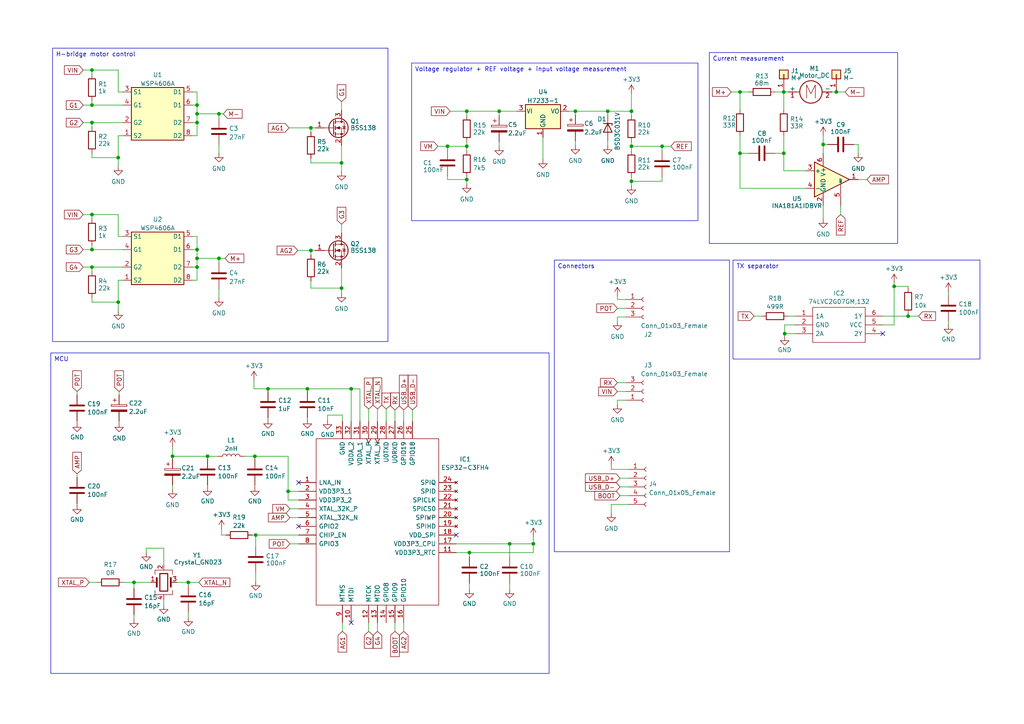
<source format=kicad_sch>
(kicad_sch (version 20230121) (generator eeschema)
  (paper "A4")
  (lib_symbols
    (symbol "74LVC2G07GM_132:74LVC2G07GM,132" (pin_names (offset 0.762))
      (property "Reference" "IC" (at 21.59 7.62 0))
      (property "Value" "74LVC2G07GM,132" (at 21.59 5.08 0))
      (symbol "74LVC2G07GM,132_0_0"
        (pin passive line (at 0 0 0) (length 5.08) (name "1A") (number "1"))
        (pin passive line (at 0 -2.54 0) (length 5.08) (name "GND") (number "2"))
        (pin passive line (at 0 -5.08 0) (length 5.08) (name "2A") (number "3"))
        (pin passive line (at 25.4 -5.08 180) (length 5.08) (name "2Y") (number "4"))
        (pin passive line (at 25.4 -2.54 180) (length 5.08) (name "VCC") (number "5"))
        (pin passive line (at 25.4 0 180) (length 5.08) (name "1Y") (number "6"))
      )
    )
    (symbol "Amplifier_Current:INA181" (pin_names (offset 0.127))
      (property "Reference" "U" (at 3.81 3.81 0))
      (property "Value" "INA181" (at 3.81 -2.54 0))
      (symbol "INA181_1_1"
        (pin output line (at 7.62 0 180) (length 2.54) (name "~") (number "1"))
        (pin power_in line (at -2.54 -7.62 90) (length 3.81) (name "GND") (number "2"))
        (pin input line (at -7.62 2.54 0) (length 2.54) (name "+") (number "3"))
        (pin input line (at -7.62 -2.54 0) (length 2.54) (name "-") (number "4"))
        (pin input line (at 2.54 -7.62 90) (length 6.35) (name "REF") (number "5"))
        (pin power_in line (at -2.54 7.62 270) (length 3.81) (name "V+") (number "6"))
      )
    )
    (symbol "Connector:Conn_01x03_Female" (pin_names (offset 1.016) hide)
      (property "Reference" "J" (at 0 5.08 0))
      (property "Value" "Conn_01x03_Female" (at 0 -5.08 0))
      (symbol "Conn_01x03_Female_1_1"
        (pin passive line (at -5.08 2.54 0) (length 3.81) (name "Pin_1") (number "1"))
        (pin passive line (at -5.08 0 0) (length 3.81) (name "Pin_2") (number "2"))
        (pin passive line (at -5.08 -2.54 0) (length 3.81) (name "Pin_3") (number "3"))
      )
    )
    (symbol "Connector:Conn_01x05_Female" (pin_names (offset 1.016) hide)
      (property "Reference" "J" (at 0 7.62 0))
      (property "Value" "Conn_01x05_Female" (at 0 -7.62 0))
      (symbol "Conn_01x05_Female_1_1"
        (pin passive line (at -5.08 5.08 0) (length 3.81) (name "Pin_1") (number "1"))
        (pin passive line (at -5.08 2.54 0) (length 3.81) (name "Pin_2") (number "2"))
        (pin passive line (at -5.08 0 0) (length 3.81) (name "Pin_3") (number "3"))
        (pin passive line (at -5.08 -2.54 0) (length 3.81) (name "Pin_4") (number "4"))
        (pin passive line (at -5.08 -5.08 0) (length 3.81) (name "Pin_5") (number "5"))
      )
    )
    (symbol "Connector_Generic:Conn_01x01" (pin_names (offset 1.016) hide)
      (property "Reference" "J" (at 0 2.54 0))
      (property "Value" "Conn_01x01" (at 0 -2.54 0))
      (symbol "Conn_01x01_1_1"
        (pin passive line (at -5.08 0 0) (length 3.81) (name "Pin_1") (number "1"))
      )
    )
    (symbol "Device:C" (pin_numbers hide) (pin_names (offset 0.254))
      (property "Reference" "C" (at 0.635 2.54 0))
      (property "Value" "C" (at 0.635 -2.54 0))
      (symbol "C_1_1"
        (pin passive line (at 0 3.81 270) (length 2.794) (name "~") (number "1"))
        (pin passive line (at 0 -3.81 90) (length 2.794) (name "~") (number "2"))
      )
    )
    (symbol "Device:C_Polarized" (pin_numbers hide) (pin_names (offset 0.254))
      (property "Reference" "C" (at 0.635 2.54 0))
      (property "Value" "C_Polarized" (at 0.635 -2.54 0))
      (symbol "C_Polarized_1_1"
        (pin passive line (at 0 3.81 270) (length 2.794) (name "~") (number "1"))
        (pin passive line (at 0 -3.81 90) (length 2.794) (name "~") (number "2"))
      )
    )
    (symbol "Device:Crystal_GND23" (pin_names (offset 1.016) hide)
      (property "Reference" "Y1" (at 9.652 7.874 0))
      (property "Value" "Crystal_GND23" (at 9.906 5.842 0))
      (symbol "Crystal_GND23_1_1"
        (pin passive line (at -3.81 0 0) (length 1.27) (name "1") (number "1"))
        (pin passive line (at 0 5.08 270) (length 1.27) (name "2") (number "2"))
        (pin passive line (at 3.81 0 180) (length 1.27) (name "3") (number "3"))
        (pin passive line (at 0 -5.08 90) (length 1.27) (name "4") (number "4"))
      )
    )
    (symbol "Device:D_Zener" (pin_numbers hide) (pin_names (offset 1.016) hide)
      (property "Reference" "D" (at 0 2.54 0))
      (property "Value" "D_Zener" (at 0 -2.54 0))
      (symbol "D_Zener_1_1"
        (pin passive line (at -3.81 0 0) (length 2.54) (name "K") (number "1"))
        (pin passive line (at 3.81 0 180) (length 2.54) (name "A") (number "2"))
      )
    )
    (symbol "Device:L" (pin_numbers hide) (pin_names (offset 1.016) hide)
      (property "Reference" "L" (at -1.27 0 90))
      (property "Value" "L" (at 1.905 0 90))
      (symbol "L_1_1"
        (pin passive line (at 0 3.81 270) (length 1.27) (name "1") (number "1"))
        (pin passive line (at 0 -3.81 90) (length 1.27) (name "2") (number "2"))
      )
    )
    (symbol "Device:R" (pin_numbers hide) (pin_names (offset 0))
      (property "Reference" "R" (at 2.032 0 90))
      (property "Value" "R" (at 0 0 90))
      (symbol "R_1_1"
        (pin passive line (at 0 3.81 270) (length 1.27) (name "~") (number "1"))
        (pin passive line (at 0 -3.81 90) (length 1.27) (name "~") (number "2"))
      )
    )
    (symbol "ESP32-C3FH4:ESP32-C3FH4" (pin_names (offset 0.762))
      (property "Reference" "IC1" (at 48.3264 6.7544 0))
      (property "Value" "ESP32-C3FH4" (at 48.3264 4.3302 0))
      (symbol "ESP32-C3FH4_0_0"
        (pin passive line (at 0 0 0) (length 5.08) (name "LNA_IN") (number "1"))
        (pin passive line (at 15.24 -40.64 90) (length 5.08) (name "MTDI") (number "10"))
        (pin passive line (at 20.32 -40.64 90) (length 5.08) (name "MTCK") (number "12"))
        (pin passive line (at 22.86 -40.64 90) (length 5.08) (name "MTDO") (number "13"))
        (pin passive line (at 25.4 -40.64 90) (length 5.08) (name "GPIO8") (number "14"))
        (pin passive line (at 27.94 -40.64 90) (length 5.08) (name "GPIO9") (number "15"))
        (pin passive line (at 30.48 -40.64 90) (length 5.08) (name "GPIO10") (number "16"))
        (pin passive line (at 0 -2.54 0) (length 5.08) (name "VDD3P3_1") (number "2"))
        (pin passive line (at 0 -5.08 0) (length 5.08) (name "VDD3P3_2") (number "3"))
        (pin passive line (at 0 -12.7 0) (length 5.08) (name "GPIO2") (number "6"))
        (pin passive line (at 0 -15.24 0) (length 5.08) (name "CHIP_EN") (number "7"))
        (pin passive line (at 0 -17.78 0) (length 5.08) (name "GPIO3") (number "8"))
        (pin passive line (at 12.7 -40.64 90) (length 5.08) (name "MTMS") (number "9"))
      )
      (symbol "ESP32-C3FH4_1_0"
        (pin input line (at 45.72 -20.32 180) (length 5.08) (name "VDD3P3_RTC") (number "11"))
        (pin input line (at 45.72 -17.78 180) (length 5.08) (name "VDD3P3_CPU") (number "17"))
        (pin input line (at 45.72 -15.24 180) (length 5.08) (name "VDD_SPI") (number "18"))
        (pin no_connect line (at 45.72 -12.7 180) (length 5.08) (name "SPIHD") (number "19"))
        (pin no_connect line (at 45.72 -10.16 180) (length 5.08) (name "SPIWP") (number "20"))
        (pin no_connect line (at 45.72 -7.62 180) (length 5.08) (name "SPICS0") (number "21"))
        (pin no_connect line (at 45.72 -5.08 180) (length 5.08) (name "SPICLK") (number "22"))
        (pin no_connect line (at 45.72 -2.54 180) (length 5.08) (name "SPID") (number "23"))
        (pin no_connect line (at 45.72 0 180) (length 5.08) (name "SPIQ") (number "24"))
        (pin input line (at 33.02 17.78 270) (length 5.08) (name "GPIO18") (number "25"))
        (pin input line (at 30.48 17.78 270) (length 5.08) (name "GPIO19") (number "26"))
        (pin input line (at 27.94 17.78 270) (length 5.08) (name "U0RXD") (number "27"))
        (pin output line (at 25.4 17.78 270) (length 5.08) (name "U0TXD") (number "28"))
        (pin input clock (at 22.86 17.78 270) (length 5.08) (name "XTAL_N") (number "29"))
        (pin input clock (at 20.32 17.78 270) (length 5.08) (name "XTAL_P") (number "30"))
        (pin input line (at 17.78 17.78 270) (length 5.08) (name "VDDA_1") (number "31"))
        (pin input line (at 15.24 17.78 270) (length 5.08) (name "VDDA_2") (number "32"))
        (pin passive line (at 12.7 17.78 270) (length 5.08) (name "GND") (number "33"))
        (pin passive line (at 0 -7.62 0) (length 5.08) (name "XTAL_32K_P") (number "4"))
        (pin passive line (at 0 -10.16 0) (length 5.08) (name "XTAL_32K_N") (number "5"))
      )
    )
    (symbol "GND_1" (power) (pin_names (offset 0))
      (property "Value" "GND_1" (at 0 -3.81 0))
      (symbol "GND_1_1_1"
        (pin power_in line (at 0 0 270) (length 0) hide (name "GND") (number "1"))
      )
    )
    (symbol "Motor:Motor_DC" (pin_names (offset 0))
      (property "Reference" "M1" (at -6.8312 -2.54 90))
      (property "Value" "Motor_DC" (at -4.7832 -2.54 90))
      (symbol "Motor_DC_1_1"
        (pin passive line (at 0 5.08 270) (length 2.54) (name "+") (number "1"))
        (pin passive line (at 0 -7.62 90) (length 2.54) (name "-") (number "2"))
      )
    )
    (symbol "Regulator_Linear:AMS1117-3.3" (pin_names (offset 0.254))
      (property "Reference" "U" (at -3.81 3.175 0))
      (property "Value" "AMS1117-3.3" (at 0 3.175 0))
      (symbol "AMS1117-3.3_1_1"
        (pin power_in line (at 0 -7.62 90) (length 2.54) (name "GND") (number "1"))
        (pin power_out line (at 7.62 0 180) (length 2.54) (name "VO") (number "2"))
        (pin power_in line (at -7.62 0 0) (length 2.54) (name "VI") (number "3"))
      )
    )
    (symbol "TF4606_1"
      (property "Reference" "U3" (at 0 11.3198 0))
      (property "Value" "TF4606" (at 0 8.7829 0))
      (symbol "TF4606_1_1_1"
        (pin input line (at -10.16 -6.35 0) (length 2.54) (name "S2") (number "1"))
        (pin input line (at -10.16 -2.54 0) (length 2.54) (name "G2") (number "2"))
        (pin input line (at -10.16 6.35 0) (length 2.54) (name "S1") (number "3"))
        (pin input line (at -10.16 2.54 0) (length 2.54) (name "G1") (number "4"))
        (pin output line (at 10.16 6.35 180) (length 2.54) (name "D1") (number "5"))
        (pin output line (at 10.16 2.54 180) (length 2.54) (name "D1") (number "6"))
        (pin output line (at 10.16 -2.54 180) (length 2.54) (name "D2") (number "7"))
        (pin input line (at 10.16 -6.35 180) (length 2.54) (name "D2") (number "8"))
      )
    )
    (symbol "Transistor_FET:BSS138" (pin_names hide)
      (property "Reference" "Q" (at 5.08 1.905 0))
      (property "Value" "BSS138" (at 5.08 0 0))
      (symbol "BSS138_1_1"
        (pin input line (at -5.08 0 0) (length 2.54) (name "G") (number "1"))
        (pin passive line (at 2.54 -5.08 90) (length 2.54) (name "S") (number "2"))
        (pin passive line (at 2.54 5.08 270) (length 2.54) (name "D") (number "3"))
      )
    )
    (symbol "power:+3V3" (power) (pin_names (offset 0))
      (property "Value" "+3V3" (at 0 3.556 0))
      (symbol "+3V3_1_1"
        (pin power_in line (at 0 0 90) (length 0) hide (name "+3V3") (number "1"))
      )
    )
    (symbol "power:GND" (power) (pin_names (offset 0))
      (property "Value" "GND" (at 0 -3.81 0))
      (symbol "GND_1_1"
        (pin power_in line (at 0 0 270) (length 0) hide (name "GND") (number "1"))
      )
    )
  )
  (junction (at 263.398 91.694))
  (junction (at 99.06 47.244))
  (junction (at 57.15 77.47))
  (junction (at 26.67 62.23))
  (junction (at 129.794 42.418))
  (junction (at 83.566 142.494))
  (junction (at 89.154 112.776))
  (junction (at 26.67 35.56))
  (junction (at 57.15 30.48))
  (junction (at 57.15 35.56))
  (junction (at 34.29 45.72))
  (junction (at 38.862 168.91))
  (junction (at 26.67 77.47))
  (junction (at 90.17 37.084))
  (junction (at 144.78 32.258))
  (junction (at 57.15 72.39))
  (junction (at 183.134 52.578))
  (junction (at 166.878 32.258))
  (junction (at 26.67 30.48))
  (junction (at 135.382 52.07))
  (junction (at 77.724 112.776))
  (junction (at 135.382 42.418))
  (junction (at 60.198 132.334))
  (junction (at 101.854 112.776))
  (junction (at 34.29 87.63))
  (junction (at 136.144 160.274))
  (junction (at 154.686 157.734))
  (junction (at 183.134 42.418))
  (junction (at 99.06 83.566))
  (junction (at 227.33 44.45))
  (junction (at 74.168 155.194))
  (junction (at 242.57 26.67))
  (junction (at 26.67 72.39))
  (junction (at 238.76 41.91))
  (junction (at 90.17 72.644))
  (junction (at 176.276 32.258))
  (junction (at 135.382 32.258))
  (junction (at 227.33 26.67))
  (junction (at 259.334 83.058))
  (junction (at 147.828 157.734))
  (junction (at 57.15 74.93))
  (junction (at 183.134 32.258))
  (junction (at 214.63 44.45))
  (junction (at 63.5 33.02))
  (junction (at 192.024 42.418))
  (junction (at 50.038 132.334))
  (junction (at 63.5 74.93))
  (junction (at 227.584 96.774))
  (junction (at 73.914 132.334))
  (junction (at 26.67 20.32))
  (junction (at 57.15 33.02))
  (junction (at 214.63 26.67))
  (junction (at 54.61 168.91))
  (no_connect (at 132.334 155.194))
  (no_connect (at 101.854 180.594))
  (no_connect (at 86.614 139.954))
  (no_connect (at 86.614 152.654))
  (no_connect (at 256.032 96.774))
  (wire (pts (xy 60.198 141.224) (xy 60.198 140.716)))
  (wire (pts (xy 227.33 26.67) (xy 227.33 31.75)))
  (wire (pts (xy 179.07 113.538) (xy 181.61 113.538)))
  (wire (pts (xy 60.198 132.334) (xy 63.246 132.334)))
  (wire (pts (xy 263.398 83.058) (xy 259.334 83.058)))
  (wire (pts (xy 26.67 35.56) (xy 26.67 36.83)))
  (wire (pts (xy 84.074 157.734) (xy 86.614 157.734)))
  (wire (pts (xy 182.372 136.144) (xy 177.292 136.144)))
  (wire (pts (xy 179.07 91.948) (xy 179.07 93.218)))
  (wire (pts (xy 135.382 32.258) (xy 144.78 32.258)))
  (wire (pts (xy 106.934 183.134) (xy 106.934 180.594)))
  (wire (pts (xy 90.17 45.974) (xy 90.17 47.244)))
  (wire (pts (xy 227.584 94.234) (xy 230.632 94.234)))
  (wire (pts (xy 176.276 40.894) (xy 176.276 42.164)))
  (wire (pts (xy 227.584 96.774) (xy 230.632 96.774)))
  (wire (pts (xy 84.074 147.574) (xy 86.614 147.574)))
  (wire (pts (xy 38.862 168.91) (xy 38.862 170.688)))
  (wire (pts (xy 77.724 112.776) (xy 89.154 112.776)))
  (wire (pts (xy 57.15 74.93) (xy 57.15 77.47)))
  (wire (pts (xy 166.878 33.274) (xy 166.878 32.258)))
  (wire (pts (xy 176.276 32.258) (xy 176.276 33.274)))
  (wire (pts (xy 135.382 42.418) (xy 135.382 43.688)))
  (wire (pts (xy 57.15 39.37) (xy 55.88 39.37)))
  (wire (pts (xy 129.794 52.07) (xy 135.382 52.07)))
  (wire (pts (xy 99.06 42.164) (xy 99.06 47.244)))
  (wire (pts (xy 179.832 143.764) (xy 182.372 143.764)))
  (wire (pts (xy 26.67 71.12) (xy 26.67 72.39)))
  (wire (pts (xy 227.33 44.45) (xy 227.33 39.37)))
  (wire (pts (xy 50.038 140.716) (xy 50.038 141.986)))
  (wire (pts (xy 26.67 45.72) (xy 34.29 45.72)))
  (wire (pts (xy 90.17 83.566) (xy 99.06 83.566)))
  (wire (pts (xy 166.878 40.894) (xy 166.878 42.164)))
  (wire (pts (xy 57.15 33.02) (xy 63.5 33.02)))
  (wire (pts (xy 90.17 72.644) (xy 91.44 72.644)))
  (wire (pts (xy 227.33 49.53) (xy 227.33 44.45)))
  (wire (pts (xy 144.78 33.528) (xy 144.78 32.258)))
  (wire (pts (xy 154.686 155.702) (xy 154.686 157.734)))
  (wire (pts (xy 129.794 42.418) (xy 129.794 43.434)))
  (wire (pts (xy 22.352 146.558) (xy 22.352 146.05)))
  (wire (pts (xy 34.29 20.32) (xy 26.67 20.32)))
  (wire (pts (xy 70.866 132.334) (xy 73.914 132.334)))
  (wire (pts (xy 42.418 160.274) (xy 42.418 159.004)))
  (wire (pts (xy 34.29 45.72) (xy 34.29 48.26)))
  (wire (pts (xy 35.56 26.67) (xy 34.29 26.67)))
  (wire (pts (xy 26.67 30.48) (xy 35.56 30.48)))
  (wire (pts (xy 34.544 113.538) (xy 34.544 114.554)))
  (wire (pts (xy 63.5 83.82) (xy 63.5 86.36)))
  (wire (pts (xy 90.17 81.534) (xy 90.17 83.566)))
  (wire (pts (xy 57.15 72.39) (xy 57.15 74.93)))
  (wire (pts (xy 26.67 29.21) (xy 26.67 30.48)))
  (wire (pts (xy 57.15 26.67) (xy 57.15 30.48)))
  (wire (pts (xy 34.29 68.58) (xy 34.29 62.23)))
  (wire (pts (xy 176.276 32.258) (xy 183.134 32.258)))
  (wire (pts (xy 181.61 91.948) (xy 179.07 91.948)))
  (wire (pts (xy 242.57 26.67) (xy 245.11 26.67)))
  (wire (pts (xy 34.544 122.174) (xy 34.544 122.682)))
  (wire (pts (xy 55.88 26.67) (xy 57.15 26.67)))
  (wire (pts (xy 101.854 112.776) (xy 101.854 122.174)))
  (wire (pts (xy 24.13 20.32) (xy 26.67 20.32)))
  (wire (pts (xy 65.278 74.93) (xy 63.5 74.93)))
  (wire (pts (xy 263.398 91.186) (xy 263.398 91.694)))
  (wire (pts (xy 55.88 77.47) (xy 57.15 77.47)))
  (wire (pts (xy 26.67 62.23) (xy 26.67 63.5)))
  (wire (pts (xy 117.094 180.594) (xy 117.094 183.134)))
  (wire (pts (xy 109.474 118.618) (xy 109.474 122.174)))
  (wire (pts (xy 26.67 86.36) (xy 26.67 87.63)))
  (wire (pts (xy 57.15 74.93) (xy 63.5 74.93)))
  (wire (pts (xy 94.996 120.396) (xy 99.314 120.396)))
  (wire (pts (xy 130.556 32.258) (xy 135.382 32.258)))
  (wire (pts (xy 26.67 35.56) (xy 35.56 35.56)))
  (wire (pts (xy 119.634 118.872) (xy 119.634 122.174)))
  (wire (pts (xy 179.832 138.684) (xy 182.372 138.684)))
  (wire (pts (xy 26.67 44.45) (xy 26.67 45.72)))
  (wire (pts (xy 238.76 59.69) (xy 238.76 63.5)))
  (wire (pts (xy 24.13 62.23) (xy 26.67 62.23)))
  (wire (pts (xy 183.134 41.148) (xy 183.134 42.418)))
  (wire (pts (xy 90.17 72.644) (xy 90.17 73.914)))
  (wire (pts (xy 157.48 39.878) (xy 157.48 46.228)))
  (wire (pts (xy 132.334 160.274) (xy 136.144 160.274)))
  (wire (pts (xy 275.082 94.234) (xy 275.082 93.218)))
  (wire (pts (xy 73.152 155.194) (xy 74.168 155.194)))
  (wire (pts (xy 22.352 137.414) (xy 22.352 138.43)))
  (wire (pts (xy 227.584 94.234) (xy 227.584 96.774)))
  (wire (pts (xy 166.878 32.258) (xy 165.1 32.258)))
  (wire (pts (xy 57.15 33.02) (xy 57.15 35.56)))
  (wire (pts (xy 26.67 20.32) (xy 26.67 21.59)))
  (wire (pts (xy 147.828 169.164) (xy 147.828 170.942)))
  (wire (pts (xy 51.308 168.91) (xy 54.61 168.91)))
  (wire (pts (xy 24.13 30.48) (xy 26.67 30.48)))
  (wire (pts (xy 104.394 112.776) (xy 101.854 112.776)))
  (wire (pts (xy 147.828 157.734) (xy 154.686 157.734)))
  (wire (pts (xy 214.63 44.45) (xy 217.17 44.45)))
  (wire (pts (xy 47.498 159.004) (xy 47.498 163.83)))
  (wire (pts (xy 38.862 178.308) (xy 38.862 179.578)))
  (wire (pts (xy 114.554 118.872) (xy 114.554 122.174)))
  (wire (pts (xy 248.92 41.91) (xy 247.65 41.91)))
  (wire (pts (xy 54.61 168.91) (xy 57.658 168.91)))
  (wire (pts (xy 135.382 51.308) (xy 135.382 52.07)))
  (wire (pts (xy 64.262 155.194) (xy 65.532 155.194)))
  (wire (pts (xy 109.474 183.134) (xy 109.474 180.594)))
  (wire (pts (xy 192.024 51.308) (xy 192.024 52.578)))
  (wire (pts (xy 89.154 121.666) (xy 89.154 121.158)))
  (wire (pts (xy 238.76 39.37) (xy 238.76 41.91)))
  (wire (pts (xy 112.014 118.618) (xy 112.014 122.174)))
  (wire (pts (xy 83.566 132.334) (xy 73.914 132.334)))
  (wire (pts (xy 263.398 91.694) (xy 266.446 91.694)))
  (wire (pts (xy 104.394 122.174) (xy 104.394 112.776)))
  (wire (pts (xy 227.584 96.774) (xy 227.584 97.536)))
  (wire (pts (xy 228.6 91.694) (xy 230.632 91.694)))
  (wire (pts (xy 263.398 83.566) (xy 263.398 83.058)))
  (wire (pts (xy 73.914 133.096) (xy 73.914 132.334)))
  (wire (pts (xy 183.134 51.308) (xy 183.134 52.578)))
  (wire (pts (xy 35.814 168.91) (xy 38.862 168.91)))
  (wire (pts (xy 179.07 116.078) (xy 179.07 117.348)))
  (wire (pts (xy 183.134 27.178) (xy 183.134 32.258)))
  (wire (pts (xy 63.5 41.91) (xy 63.5 44.45)))
  (wire (pts (xy 26.67 72.39) (xy 35.56 72.39)))
  (wire (pts (xy 99.314 180.594) (xy 99.314 183.134)))
  (wire (pts (xy 83.566 142.494) (xy 86.614 142.494)))
  (wire (pts (xy 256.032 94.234) (xy 259.334 94.234)))
  (wire (pts (xy 57.15 35.56) (xy 57.15 39.37)))
  (wire (pts (xy 34.29 39.37) (xy 34.29 45.72)))
  (wire (pts (xy 60.198 133.096) (xy 60.198 132.334)))
  (wire (pts (xy 74.168 155.194) (xy 86.614 155.194)))
  (wire (pts (xy 192.024 42.418) (xy 194.564 42.418)))
  (wire (pts (xy 183.134 42.418) (xy 183.134 43.688)))
  (wire (pts (xy 259.334 94.234) (xy 259.334 83.058)))
  (wire (pts (xy 192.024 42.418) (xy 192.024 43.688)))
  (wire (pts (xy 181.61 116.078) (xy 179.07 116.078)))
  (wire (pts (xy 34.29 26.67) (xy 34.29 20.32)))
  (wire (pts (xy 34.29 62.23) (xy 26.67 62.23)))
  (wire (pts (xy 154.686 157.734) (xy 154.686 160.274)))
  (wire (pts (xy 89.154 113.538) (xy 89.154 112.776)))
  (wire (pts (xy 177.292 146.304) (xy 182.372 146.304)))
  (wire (pts (xy 99.06 83.566) (xy 99.06 85.09)))
  (wire (pts (xy 238.76 41.91) (xy 240.03 41.91)))
  (wire (pts (xy 99.06 77.724) (xy 99.06 83.566)))
  (wire (pts (xy 99.06 32.004) (xy 99.06 29.464)))
  (wire (pts (xy 35.56 39.37) (xy 34.29 39.37)))
  (wire (pts (xy 83.566 145.034) (xy 83.566 142.494)))
  (wire (pts (xy 54.61 177.546) (xy 54.61 179.07)))
  (wire (pts (xy 214.63 39.37) (xy 214.63 44.45)))
  (wire (pts (xy 136.144 169.164) (xy 136.144 170.942)))
  (wire (pts (xy 57.15 81.28) (xy 55.88 81.28)))
  (wire (pts (xy 179.07 89.408) (xy 181.61 89.408)))
  (wire (pts (xy 183.134 52.578) (xy 183.134 53.848)))
  (wire (pts (xy 212.09 26.67) (xy 214.63 26.67)))
  (wire (pts (xy 248.92 44.45) (xy 248.92 41.91)))
  (wire (pts (xy 218.694 91.694) (xy 220.98 91.694)))
  (wire (pts (xy 256.032 91.694) (xy 263.398 91.694)))
  (wire (pts (xy 214.63 26.67) (xy 214.63 31.75)))
  (wire (pts (xy 73.66 110.236) (xy 73.66 112.776)))
  (wire (pts (xy 50.038 132.334) (xy 60.198 132.334)))
  (wire (pts (xy 90.17 47.244) (xy 99.06 47.244)))
  (wire (pts (xy 224.79 44.45) (xy 227.33 44.45)))
  (wire (pts (xy 26.67 87.63) (xy 34.29 87.63)))
  (wire (pts (xy 248.92 52.07) (xy 251.46 52.07)))
  (wire (pts (xy 259.334 83.058) (xy 259.334 82.042)))
  (wire (pts (xy 135.382 33.528) (xy 135.382 32.258)))
  (wire (pts (xy 99.06 47.244) (xy 99.06 49.784)))
  (wire (pts (xy 136.144 160.274) (xy 136.144 161.544)))
  (wire (pts (xy 34.29 81.28) (xy 34.29 87.63)))
  (wire (pts (xy 54.61 168.91) (xy 54.61 169.926)))
  (wire (pts (xy 129.794 42.418) (xy 135.382 42.418)))
  (wire (pts (xy 117.094 118.872) (xy 117.094 122.174)))
  (wire (pts (xy 94.996 121.92) (xy 94.996 120.396)))
  (wire (pts (xy 64.262 153.416) (xy 64.262 155.194)))
  (wire (pts (xy 224.79 26.67) (xy 227.33 26.67)))
  (wire (pts (xy 77.724 113.538) (xy 77.724 112.776)))
  (wire (pts (xy 106.934 118.618) (xy 106.934 122.174)))
  (wire (pts (xy 25.908 168.91) (xy 28.194 168.91)))
  (wire (pts (xy 192.024 52.578) (xy 183.134 52.578)))
  (wire (pts (xy 227.33 26.67) (xy 228.6 26.67)))
  (wire (pts (xy 182.372 141.224) (xy 179.832 141.224)))
  (wire (pts (xy 135.382 41.148) (xy 135.382 42.418)))
  (wire (pts (xy 214.63 54.61) (xy 233.68 54.61)))
  (wire (pts (xy 243.84 59.69) (xy 243.84 62.23)))
  (wire (pts (xy 132.334 157.734) (xy 147.828 157.734)))
  (wire (pts (xy 177.292 134.874) (xy 177.292 136.144)))
  (wire (pts (xy 238.76 41.91) (xy 238.76 44.45)))
  (wire (pts (xy 127 42.418) (xy 129.794 42.418)))
  (wire (pts (xy 99.314 120.396) (xy 99.314 122.174)))
  (wire (pts (xy 114.554 180.594) (xy 114.554 183.134)))
  (wire (pts (xy 99.06 67.564) (xy 99.06 65.024)))
  (wire (pts (xy 135.382 52.07) (xy 135.382 53.34)))
  (wire (pts (xy 57.15 30.48) (xy 57.15 33.02)))
  (wire (pts (xy 86.614 150.114) (xy 84.074 150.114)))
  (wire (pts (xy 63.5 33.02) (xy 63.5 34.29)))
  (wire (pts (xy 38.862 168.91) (xy 43.688 168.91)))
  (wire (pts (xy 275.082 84.582) (xy 275.082 85.598)))
  (wire (pts (xy 83.566 142.494) (xy 83.566 132.334)))
  (wire (pts (xy 73.914 141.224) (xy 73.914 140.716)))
  (wire (pts (xy 26.67 77.47) (xy 35.56 77.47)))
  (wire (pts (xy 55.88 72.39) (xy 57.15 72.39)))
  (wire (pts (xy 57.15 68.58) (xy 57.15 72.39)))
  (wire (pts (xy 42.418 159.004) (xy 47.498 159.004)))
  (wire (pts (xy 24.13 77.47) (xy 26.67 77.47)))
  (wire (pts (xy 90.17 37.084) (xy 83.82 37.084)))
  (wire (pts (xy 77.724 121.666) (xy 77.724 121.158)))
  (wire (pts (xy 183.134 33.528) (xy 183.134 32.258)))
  (wire (pts (xy 136.144 160.274) (xy 154.686 160.274)))
  (wire (pts (xy 242.57 26.67) (xy 241.3 26.67)))
  (wire (pts (xy 214.63 44.45) (xy 214.63 54.61)))
  (wire (pts (xy 22.352 113.538) (xy 22.352 114.554)))
  (wire (pts (xy 144.78 42.418) (xy 144.78 41.148)))
  (wire (pts (xy 183.134 42.418) (xy 192.024 42.418)))
  (wire (pts (xy 86.36 72.644) (xy 90.17 72.644)))
  (wire (pts (xy 214.63 26.67) (xy 217.17 26.67)))
  (wire (pts (xy 90.17 37.084) (xy 90.17 38.354)))
  (wire (pts (xy 63.5 33.02) (xy 64.77 33.02)))
  (wire (pts (xy 35.56 68.58) (xy 34.29 68.58)))
  (wire (pts (xy 35.56 81.28) (xy 34.29 81.28)))
  (wire (pts (xy 179.07 85.852) (xy 179.07 86.868)))
  (wire (pts (xy 233.68 49.53) (xy 227.33 49.53)))
  (wire (pts (xy 55.88 30.48) (xy 57.15 30.48)))
  (wire (pts (xy 55.88 35.56) (xy 57.15 35.56)))
  (wire (pts (xy 129.794 51.054) (xy 129.794 52.07)))
  (wire (pts (xy 50.038 133.096) (xy 50.038 132.334)))
  (wire (pts (xy 74.168 155.194) (xy 74.168 158.496)))
  (wire (pts (xy 86.614 145.034) (xy 83.566 145.034)))
  (wire (pts (xy 57.15 77.47) (xy 57.15 81.28)))
  (wire (pts (xy 73.66 112.776) (xy 77.724 112.776)))
  (wire (pts (xy 166.878 32.258) (xy 176.276 32.258)))
  (wire (pts (xy 63.5 74.93) (xy 63.5 76.2)))
  (wire (pts (xy 181.61 86.868) (xy 179.07 86.868)))
  (wire (pts (xy 144.78 32.258) (xy 149.86 32.258)))
  (wire (pts (xy 101.854 112.776) (xy 89.154 112.776)))
  (wire (pts (xy 147.828 157.734) (xy 147.828 161.544)))
  (wire (pts (xy 34.29 87.63) (xy 34.29 90.17)))
  (wire (pts (xy 55.88 68.58) (xy 57.15 68.58)))
  (wire (pts (xy 181.61 110.998) (xy 179.07 110.998)))
  (wire (pts (xy 26.67 77.47) (xy 26.67 78.74)))
  (wire (pts (xy 91.44 37.084) (xy 90.17 37.084)))
  (wire (pts (xy 22.352 122.682) (xy 22.352 122.174)))
  (wire (pts (xy 47.498 173.99) (xy 47.498 175.514)))
  (wire (pts (xy 74.168 166.116) (xy 74.168 168.656)))
  (wire (pts (xy 50.038 129.54) (xy 50.038 132.334)))
  (wire (pts (xy 24.13 72.39) (xy 26.67 72.39)))
  (wire (pts (xy 24.13 35.56) (xy 26.67 35.56)))
  (wire (pts (xy 177.292 146.304) (xy 177.292 148.844)))
  (text_box "TX separator" (at 212.598 75.438 0) (size 71.628 28.702) (effects (font (size 1.27 1.27)) (justify left top)))
  (text_box "Voltage regulator + REF voltage + input voltage measurement" (at 119.38 18.288 0) (size 83.058 45.72) (effects (font (size 1.27 1.27)) (justify left top)))
  (text_box "Connectors" (at 160.782 75.438 0) (size 50.8 84.582) (effects (font (size 1.27 1.27)) (justify left top)))
  (text_box "H-bridge motor control" (at 15.24 13.97 0) (size 97.282 85.09) (effects (font (size 1.27 1.27)) (justify left top)))
  (text_box "MCU" (at 14.732 102.362 0) (size 144.526 92.964) (effects (font (size 1.27 1.27)) (justify left top)))
  (text_box "Current measurement" (at 205.74 15.24 0) (size 54.61 55.372) (effects (font (size 1.27 1.27)) (justify left top)))
  (global_label "TX" (shape input) (at 112.014 118.618 90) (property "Intersheetrefs" "${INTERSHEET_REFS}" (effects hide)))
  (global_label "VIN" (shape input) (at 24.13 62.23 180) (property "Intersheetrefs" "${INTERSHEET_REFS}" (effects hide)))
  (global_label "G1" (shape input) (at 99.06 29.464 90) (property "Intersheetrefs" "${INTERSHEET_REFS}" (effects hide)))
  (global_label "XTAL_N" (shape input) (at 109.474 118.618 90) (property "Intersheetrefs" "${INTERSHEET_REFS}" (effects hide)))
  (global_label "POT" (shape input) (at 22.352 113.538 90) (property "Intersheetrefs" "${INTERSHEET_REFS}" (effects hide)))
  (global_label "XTAL_P" (shape input) (at 25.908 168.91 180) (property "Intersheetrefs" "${INTERSHEET_REFS}" (effects hide)))
  (global_label "USB_D-" (shape input) (at 119.634 118.872 90) (property "Intersheetrefs" "${INTERSHEET_REFS}" (effects hide)))
  (global_label "RX" (shape input) (at 179.07 110.998 180) (property "Intersheetrefs" "${INTERSHEET_REFS}" (effects hide)))
  (global_label "AMP" (shape input) (at 22.352 137.414 90) (property "Intersheetrefs" "${INTERSHEET_REFS}" (effects hide)))
  (global_label "AG1" (shape input) (at 83.82 37.084 180) (property "Intersheetrefs" "${INTERSHEET_REFS}" (effects hide)))
  (global_label "TX" (shape input) (at 218.694 91.694 180) (property "Intersheetrefs" "${INTERSHEET_REFS}" (effects hide)))
  (global_label "VIN" (shape input) (at 24.13 20.32 180) (property "Intersheetrefs" "${INTERSHEET_REFS}" (effects hide)))
  (global_label "USB_D+" (shape input) (at 179.832 138.684 180) (property "Intersheetrefs" "${INTERSHEET_REFS}" (effects hide)))
  (global_label "USB_D+" (shape input) (at 117.094 118.872 90) (property "Intersheetrefs" "${INTERSHEET_REFS}" (effects hide)))
  (global_label "AG2" (shape input) (at 86.36 72.644 180) (property "Intersheetrefs" "${INTERSHEET_REFS}" (effects hide)))
  (global_label "G2" (shape input) (at 24.13 35.56 180) (property "Intersheetrefs" "${INTERSHEET_REFS}" (effects hide)))
  (global_label "USB_D-" (shape input) (at 179.832 141.224 180) (property "Intersheetrefs" "${INTERSHEET_REFS}" (effects hide)))
  (global_label "RX" (shape input) (at 266.446 91.694 0) (property "Intersheetrefs" "${INTERSHEET_REFS}" (effects hide)))
  (global_label "RX" (shape input) (at 114.554 118.872 90) (property "Intersheetrefs" "${INTERSHEET_REFS}" (effects hide)))
  (global_label "G3" (shape input) (at 24.13 72.39 180) (property "Intersheetrefs" "${INTERSHEET_REFS}" (effects hide)))
  (global_label "BOOT" (shape input) (at 114.554 183.134 270) (property "Intersheetrefs" "${INTERSHEET_REFS}" (effects hide)))
  (global_label "VM" (shape input) (at 127 42.418 180) (property "Intersheetrefs" "${INTERSHEET_REFS}" (effects hide)))
  (global_label "XTAL_P" (shape input) (at 106.934 118.618 90) (property "Intersheetrefs" "${INTERSHEET_REFS}" (effects hide)))
  (global_label "G2" (shape input) (at 106.934 183.134 270) (property "Intersheetrefs" "${INTERSHEET_REFS}" (effects hide)))
  (global_label "M-" (shape input) (at 245.11 26.67 0) (property "Intersheetrefs" "${INTERSHEET_REFS}" (effects hide)))
  (global_label "AG1" (shape input) (at 99.314 183.134 270) (property "Intersheetrefs" "${INTERSHEET_REFS}" (effects hide)))
  (global_label "REF" (shape input) (at 194.564 42.418 0) (property "Intersheetrefs" "${INTERSHEET_REFS}" (effects hide)))
  (global_label "G1" (shape input) (at 24.13 30.48 180) (property "Intersheetrefs" "${INTERSHEET_REFS}" (effects hide)))
  (global_label "VM" (shape input) (at 84.074 147.574 180) (property "Intersheetrefs" "${INTERSHEET_REFS}" (effects hide)))
  (global_label "G4" (shape input) (at 109.474 183.134 270) (property "Intersheetrefs" "${INTERSHEET_REFS}" (effects hide)))
  (global_label "VIN" (shape input) (at 130.556 32.258 180) (property "Intersheetrefs" "${INTERSHEET_REFS}" (effects hide)))
  (global_label "POT" (shape input) (at 34.544 113.538 90) (property "Intersheetrefs" "${INTERSHEET_REFS}" (effects hide)))
  (global_label "REF" (shape input) (at 243.84 62.23 270) (property "Intersheetrefs" "${INTERSHEET_REFS}" (effects hide)))
  (global_label "AG2" (shape input) (at 117.094 183.134 270) (property "Intersheetrefs" "${INTERSHEET_REFS}" (effects hide)))
  (global_label "BOOT" (shape input) (at 179.832 143.764 180) (property "Intersheetrefs" "${INTERSHEET_REFS}" (effects hide)))
  (global_label "AMP" (shape input) (at 84.074 150.114 180) (property "Intersheetrefs" "${INTERSHEET_REFS}" (effects hide)))
  (global_label "VIN" (shape input) (at 179.07 113.538 180) (property "Intersheetrefs" "${INTERSHEET_REFS}" (effects hide)))
  (global_label "M+" (shape input) (at 212.09 26.67 180) (property "Intersheetrefs" "${INTERSHEET_REFS}" (effects hide)))
  (global_label "AMP" (shape input) (at 251.46 52.07 0) (property "Intersheetrefs" "${INTERSHEET_REFS}" (effects hide)))
  (global_label "M-" (shape input) (at 64.77 33.02 0) (property "Intersheetrefs" "${INTERSHEET_REFS}" (effects hide)))
  (global_label "POT" (shape input) (at 179.07 89.408 180) (property "Intersheetrefs" "${INTERSHEET_REFS}" (effects hide)))
  (global_label "M+" (shape input) (at 65.278 74.93 0) (property "Intersheetrefs" "${INTERSHEET_REFS}" (effects hide)))
  (global_label "POT" (shape input) (at 84.074 157.734 180) (property "Intersheetrefs" "${INTERSHEET_REFS}" (effects hide)))
  (global_label "XTAL_N" (shape input) (at 57.658 168.91 0) (property "Intersheetrefs" "${INTERSHEET_REFS}" (effects hide)))
  (global_label "G3" (shape input) (at 99.06 65.024 90) (property "Intersheetrefs" "${INTERSHEET_REFS}" (effects hide)))
  (global_label "G4" (shape input) (at 24.13 77.47 180) (property "Intersheetrefs" "${INTERSHEET_REFS}" (effects hide)))
  (symbol (lib_id "Device:R") (at 183.134 37.338 0) (unit 1)
    (property "Reference" "R10" (at 184.912 36.314 0) (effects (justify left)))
    (property "Value" "22k" (at 184.912 38.362 0) (effects (justify left)))
    (property "Footprint" "Resistor_SMD:R_0201_0603Metric" (effects hide))
  )
  (symbol (lib_id "ESP32-C3FH4:ESP32-C3FH4") (at 86.614 139.954 0) (unit 1)
    (property "Reference" "IC1" (at 134.9404 133.1996 0))
    (property "Value" "ESP32-C3FH4" (at 134.9404 135.6238 0))
    (property "Footprint" "ESP32-C3FH4:QFN50P500X500X90-33N-D" (effects hide))
    (property "Datasheet" "https://www.espressif.com/sites/default/files/documentation/esp32-c3_datasheet_en.pdf" (effects hide))
    (property "Description" "RF System on a Chip - SoC SMD IC ESP32-C3FH4, single-core MCU, 2.4G Wi-Fi & BLE 5.0 combo, QFN 32-pin, 5*5 mm, 4 MB flash inside, -40C +105C" (effects hide))
    (property "Height" "0.9" (effects hide))
    (property "Manufacturer_Name" "Espressif Systems" (effects hide))
    (property "Manufacturer_Part_Number" "ESP32-C3FH4" (effects hide))
    (property "Mouser Part Number" "356-ESP32-C3FH4" (effects hide))
    (property "Mouser Price/Stock" "https://www.mouser.co.uk/ProductDetail/Espressif-Systems/ESP32-C3FH4?qs=iLbezkQI%252BsgL5PSvEueYlQ%3D%3D" (effects hide))
  )
  (symbol (lib_id "power:GND") (at 63.5 44.45 0) (unit 1)
    (property "Reference" "#PWR08" (effects hide))
    (property "Value" "GND" (at 63.5 48.8934 0))
  )
  (symbol (lib_id "74LVC2G07GM_132:74LVC2G07GM,132") (at 230.632 91.694 0) (unit 1)
    (property "Reference" "IC2" (at 243.332 85.0605 0))
    (property "Value" "74LVC2G07GM,132" (at 243.332 87.4847 0))
    (property "Footprint" "74LVC2G07GM:PESD3V3L5UF115" (effects hide))
    (property "Datasheet" "https://assets.nexperia.com/documents/data-sheet/74LVC2G07.pdf" (effects hide))
    (property "Description" "74LVC2G07 - Buffers with open-drain outputs@en-us" (effects hide))
    (property "Height" "0.5" (effects hide))
    (property "Manufacturer_Name" "Nexperia" (effects hide))
    (property "Manufacturer_Part_Number" "74LVC2G07GM,132" (effects hide))
    (property "Mouser Part Number" "771-LVC2G07GM132" (effects hide))
    (property "Mouser Price/Stock" "https://www.mouser.co.uk/ProductDetail/Nexperia/74LVC2G07GM132?qs=me8TqzrmIYVpdKB4zrRFSw%3D%3D" (effects hide))
    (property "Arrow Part Number" "74LVC2G07GM,132" (effects hide))
    (property "Arrow Price/Stock" "https://www.arrow.com/en/products/74lvc2g07gm132/nexperia?region=nac" (effects hide))
    (property "LCSC" "C548564" (effects hide))
  )
  (symbol (lib_id "Device:C") (at 54.61 173.736 0) (unit 1)
    (property "Reference" "C16" (at 57.531 172.5239 0) (effects (justify left)))
    (property "Value" "16pF" (at 57.531 174.9481 0) (effects (justify left)))
    (property "Footprint" "Capacitor_SMD:C_0201_0603Metric" (effects hide))
  )
  (symbol (lib_id "Connector:Conn_01x03_Female") (at 186.69 89.408 0) (unit 1)
    (property "Reference" "J2" (at 187.96 97.028 0))
    (property "Value" "Conn_01x03_Female" (at 195.58 94.488 0))
    (property "Footprint" "Connector:Pad_3_potentiometer" (effects hide))
  )
  (symbol (lib_id "power:GND") (at 147.828 170.942 0) (unit 1)
    (property "Reference" "#PWR010" (effects hide))
    (property "Value" "GND" (at 147.828 175.0751 0))
  )
  (symbol (lib_id "Device:C") (at 60.198 136.906 0) (unit 1)
    (property "Reference" "C13" (at 63.119 135.6939 0) (effects (justify left)))
    (property "Value" "100nF" (at 63.119 138.1181 0) (effects (justify left)))
    (property "Footprint" "Capacitor_SMD:C_0201_0603Metric" (effects hide))
  )
  (symbol (lib_id "Device:C") (at 22.352 118.364 0) (unit 1)
    (property "Reference" "C19" (at 25.273 117.1519 0) (effects (justify left)))
    (property "Value" "100nF" (at 25.273 119.5761 0) (effects (justify left)))
    (property "Footprint" "Capacitor_SMD:C_0201_0603Metric" (effects hide))
  )
  (symbol (lib_id "power:GND") (at 238.76 63.5 0) (unit 1)
    (property "Reference" "#PWR026" (effects hide))
    (property "Value" "GND" (at 238.76 67.9434 0))
  )
  (symbol (lib_id "Device:D_Zener") (at 176.276 37.084 270) (unit 1)
    (property "Reference" "D1" (at 173.228 34.544 90) (effects (justify left)))
    (property "Value" "BSD3C031V" (at 179.07 32.512 0) (effects (justify left)))
    (property "Footprint" "Diode_SMD:D_SOD-323" (effects hide))
    (property "Datasheet" "https://datasheet.lcsc.com/lcsc/2304140030_Nexperia-PDZ3-3B-115_C426855.pdf" (effects hide))
    (property "LCSC" "C406195" (effects hide))
  )
  (symbol (lib_id "power:GND") (at 136.144 170.942 0) (unit 1)
    (property "Reference" "#PWR07" (effects hide))
    (property "Value" "GND" (at 136.144 175.0751 0))
  )
  (symbol (lib_id "power:GND") (at 157.48 46.228 0) (unit 1)
    (property "Reference" "#PWR017" (effects hide))
    (property "Value" "GND" (at 157.48 50.6714 0))
  )
  (symbol (lib_id "Device:C") (at 22.352 142.24 0) (unit 1)
    (property "Reference" "C20" (at 25.273 141.0279 0) (effects (justify left)))
    (property "Value" "100nF" (at 25.273 143.4521 0) (effects (justify left)))
    (property "Footprint" "Capacitor_SMD:C_0201_0603Metric" (effects hide))
  )
  (symbol (lib_id "Device:Crystal_GND23") (at 47.498 168.91 0) (unit 1)
    (property "Reference" "Y1" (at 57.15 161.036 0))
    (property "Value" "Crystal_GND23" (at 57.404 163.068 0))
    (property "Footprint" "Crystal:Crystal_SMD_3225-4Pin_3.2x2.5mm" (effects hide))
    (property "LCSC" "C7294600" (effects hide))
  )
  (symbol (lib_id "power:GND") (at 38.862 179.578 0) (unit 1)
    (property "Reference" "#PWR029" (effects hide))
    (property "Value" "GND" (at 38.862 183.7111 0))
  )
  (symbol (lib_id "Device:C") (at 89.154 117.348 0) (unit 1)
    (property "Reference" "C11" (at 92.075 116.1359 0) (effects (justify left)))
    (property "Value" "10nF" (at 92.075 118.5601 0) (effects (justify left)))
    (property "Footprint" "Capacitor_SMD:C_0201_0603Metric" (effects hide))
  )
  (symbol (lib_id "Device:C") (at 129.794 47.244 0) (unit 1)
    (property "Reference" "C1" (at 122.682 47.228 0) (effects (justify left)))
    (property "Value" "100nF" (at 122.682 49.276 0) (effects (justify left)))
    (property "Footprint" "Capacitor_SMD:C_0201_0603Metric" (effects hide))
  )
  (symbol (lib_id "Regulator_Linear:AMS1117-3.3") (at 157.48 32.258 0) (unit 1)
    (property "Reference" "U4" (at 157.48 26.6532 0))
    (property "Value" "H7233-1" (at 157.48 29.1901 0))
    (property "Footprint" "Package_TO_SOT_SMD:SOT-23" (effects hide))
    (property "Datasheet" "http://www.advanced-monolithic.com/pdf/ds1117.pdf" (effects hide))
    (property "LCSC" "C277859" (effects hide))
  )
  (symbol (lib_id "power:GND") (at 73.914 141.224 0) (unit 1)
    (property "Reference" "#PWR028" (effects hide))
    (property "Value" "GND" (at 73.914 145.3571 0))
  )
  (symbol (lib_id "power:+3V3") (at 183.134 27.178 0) (unit 1)
    (property "Reference" "#PWR019" (effects hide))
    (property "Value" "+3V3" (at 183.134 23.0449 0))
  )
  (symbol (lib_id "power:+3V3") (at 177.292 134.874 0) (unit 1)
    (property "Reference" "#PWR034" (effects hide))
    (property "Value" "+3V3" (at 177.292 130.7409 0))
  )
  (symbol (lib_id "power:+3V3") (at 275.082 84.582 0) (unit 1)
    (property "Reference" "#PWR042" (effects hide))
    (property "Value" "+3V3" (at 275.082 80.4489 0))
  )
  (symbol (lib_id "Connector_Generic:Conn_01x01") (at 227.33 21.59 90) (unit 1)
    (property "Reference" "J1" (at 229.362 20.566 90) (effects (justify right)))
    (property "Value" "M+" (at 229.362 22.614 90) (effects (justify right)))
    (property "Footprint" "CustomLib:Conn_pad_2x2mm" (effects hide))
  )
  (symbol (lib_id "Device:C") (at 136.144 165.354 0) (unit 1)
    (property "Reference" "C2" (at 139.065 164.33 0) (effects (justify left)))
    (property "Value" "100nF" (at 139.065 166.378 0) (effects (justify left)))
    (property "Footprint" "Capacitor_SMD:C_0201_0603Metric" (effects hide))
  )
  (symbol (lib_id "Device:R") (at 26.67 67.31 0) (unit 1)
    (property "Reference" "R3" (at 28.448 66.286 0) (effects (justify left)))
    (property "Value" "1k" (at 28.448 68.334 0) (effects (justify left)))
    (property "Footprint" "Resistor_SMD:R_0201_0603Metric" (effects hide))
  )
  (symbol (lib_id "Device:C") (at 73.914 136.906 0) (unit 1)
    (property "Reference" "C14" (at 76.835 135.6939 0) (effects (justify left)))
    (property "Value" "100nF" (at 76.835 138.1181 0) (effects (justify left)))
    (property "Footprint" "Capacitor_SMD:C_0201_0603Metric" (effects hide))
  )
  (symbol (lib_id "power:GND") (at 89.154 121.666 0) (unit 1)
    (property "Reference" "#PWR014" (effects hide))
    (property "Value" "GND" (at 89.154 125.7991 0))
  )
  (symbol (lib_id "Device:C_Polarized") (at 34.544 118.364 0) (unit 1)
    (property "Reference" "C22" (at 37.338 116.9558 0) (effects (justify left)))
    (property "Value" "2.2uF" (at 37.338 119.38 0) (effects (justify left)))
    (property "Footprint" "Capacitor_SMD:C_0603_1608Metric" (effects hide))
    (property "LCSC" "C1953786" (effects hide))
  )
  (symbol (lib_id "Connector_Generic:Conn_01x01") (at 242.57 21.59 90) (unit 1)
    (property "Reference" "J5" (at 244.602 20.566 90) (effects (justify right)))
    (property "Value" "M-" (at 244.602 22.614 90) (effects (justify right)))
    (property "Footprint" "CustomLib:Conn_pad_2x2mm" (effects hide))
  )
  (symbol (lib_id "power:GND") (at 22.352 122.682 0) (unit 1)
    (property "Reference" "#PWR039" (effects hide))
    (property "Value" "GND" (at 22.352 126.8151 0))
  )
  (symbol (lib_id "power:+3V3") (at 179.07 85.852 0) (unit 1)
    (property "Reference" "#PWR041" (effects hide))
    (property "Value" "+3V3" (at 179.07 81.7189 0))
  )
  (symbol (lib_id "Device:C") (at 275.082 89.408 0) (unit 1)
    (property "Reference" "C18" (at 278.003 88.1959 0) (effects (justify left)))
    (property "Value" "100nF" (at 278.003 90.6201 0) (effects (justify left)))
    (property "Footprint" "Capacitor_SMD:C_0201_0603Metric" (effects hide))
  )
  (symbol (lib_id "Device:R") (at 220.98 26.67 90) (unit 1)
    (property "Reference" "R13" (at 220.98 22.074 90))
    (property "Value" "68m" (at 220.98 24.122 90))
    (property "Footprint" "Resistor_SMD:R_0603_1608Metric" (effects hide))
  )
  (symbol (lib_id "Device:R") (at 135.382 47.498 0) (unit 1)
    (property "Reference" "R16" (at 137.16 46.2859 0) (effects (justify left)))
    (property "Value" "7k5" (at 137.16 48.7101 0) (effects (justify left)))
    (property "Footprint" "Resistor_SMD:R_0201_0603Metric" (effects hide))
    (property "LCSC" "C144029" (effects hide))
  )
  (symbol (lib_id "power:GND") (at 144.78 42.418 0) (unit 1)
    (property "Reference" "#PWR016" (effects hide))
    (property "Value" "GND" (at 144.78 46.8614 0))
  )
  (symbol (lib_id "Transistor_FET:BSS138") (at 96.52 72.644 0) (unit 1)
    (property "Reference" "Q2" (at 101.6 70.739 0) (effects (justify left)))
    (property "Value" "BSS138" (at 101.6 72.644 0) (effects (justify left)))
    (property "Footprint" "Package_TO_SOT_SMD:SOT-23" (effects hide))
    (property "Datasheet" "https://www.onsemi.com/pub/Collateral/BSS138-D.PDF" (effects hide))
  )
  (symbol (lib_id "power:GND") (at 77.724 121.666 0) (unit 1)
    (property "Reference" "#PWR015" (effects hide))
    (property "Value" "GND" (at 77.724 125.7991 0))
  )
  (symbol (lib_id "power:GND") (at 94.996 121.92 0) (unit 1)
    (property "Reference" "#PWR033" (effects hide))
    (property "Value" "GND" (at 94.996 126.0531 0))
  )
  (symbol (lib_id "power:GND") (at 42.418 160.274 0) (unit 1)
    (property "Reference" "#PWR032" (effects hide))
    (property "Value" "GND" (at 42.418 164.4071 0))
  )
  (symbol (lib_id "Device:C_Polarized") (at 166.878 37.084 0) (unit 1)
    (property "Reference" "C6" (at 169.418 35.8171 0) (effects (justify left)))
    (property "Value" "2.2uF" (at 169.418 38.354 0) (effects (justify left)))
    (property "Footprint" "Capacitor_SMD:C_0603_1608Metric" (effects hide))
    (property "LCSC" "C1953786" (effects hide))
  )
  (symbol (lib_id "Device:C_Polarized") (at 50.038 136.906 0) (unit 1)
    (property "Reference" "C21" (at 52.578 135.7518 0) (effects (justify left)))
    (property "Value" "2.2uF" (at 52.578 138.176 0) (effects (justify left)))
    (property "Footprint" "Capacitor_SMD:C_0603_1608Metric" (effects hide))
    (property "LCSC" "C1953786" (effects hide))
  )
  (symbol (lib_id "power:GND") (at 166.878 42.164 0) (unit 1)
    (property "Reference" "#PWR018" (effects hide))
    (property "Value" "GND" (at 166.878 46.6074 0))
  )
  (symbol (lib_name "TF4606_1") (lib_id "Driver_FET:TF4606") (at 45.72 33.02 0) (unit 1)
    (property "Reference" "U1" (at 45.72 21.7002 0))
    (property "Value" "WSP4606A" (at 45.72 24.2371 0))
    (property "Footprint" "Package_SO:SOP-8_3.9x4.9mm_P1.27mm" (effects hide))
    (property "LCSC" "C2758419" (effects hide))
  )
  (symbol (lib_id "Device:C") (at 147.828 165.354 0) (unit 1)
    (property "Reference" "C10" (at 150.749 164.33 0) (effects (justify left)))
    (property "Value" "100nF" (at 150.749 166.378 0) (effects (justify left)))
    (property "Footprint" "Capacitor_SMD:C_0201_0603Metric" (effects hide))
  )
  (symbol (lib_id "Device:R") (at 26.67 40.64 0) (unit 1)
    (property "Reference" "R2" (at 28.448 39.616 0) (effects (justify left)))
    (property "Value" "22k" (at 28.448 41.664 0) (effects (justify left)))
    (property "Footprint" "Resistor_SMD:R_0201_0603Metric" (effects hide))
  )
  (symbol (lib_id "Device:L") (at 67.056 132.334 90) (unit 1)
    (property "Reference" "L1" (at 67.056 127.6844 90))
    (property "Value" "2nH" (at 67.056 130.1086 90))
    (property "Footprint" "Inductor_SMD:L_0201_0603Metric" (effects hide))
    (property "LCSC" "C275181" (effects hide))
  )
  (symbol (lib_id "power:GND") (at 275.082 94.234 0) (unit 1)
    (property "Reference" "#PWR038" (effects hide))
    (property "Value" "GND" (at 275.082 98.3671 0))
  )
  (symbol (lib_id "power:GND") (at 135.382 53.34 0) (unit 1)
    (property "Reference" "#PWR03" (effects hide))
    (property "Value" "GND" (at 135.382 57.7834 0))
  )
  (symbol (lib_id "power:GND") (at 60.198 141.224 0) (unit 1)
    (property "Reference" "#PWR022" (effects hide))
    (property "Value" "GND" (at 60.198 145.3571 0))
  )
  (symbol (lib_id "Device:R") (at 26.67 25.4 0) (unit 1)
    (property "Reference" "R1" (at 28.448 24.376 0) (effects (justify left)))
    (property "Value" "1k" (at 28.448 26.424 0) (effects (justify left)))
    (property "Footprint" "Resistor_SMD:R_0201_0603Metric" (effects hide))
  )
  (symbol (lib_id "Device:C") (at 63.5 38.1 0) (unit 1)
    (property "Reference" "C3" (at 66.421 37.2653 0) (effects (justify left)))
    (property "Value" "27nF" (at 66.421 39.8022 0) (effects (justify left)))
    (property "Footprint" "Capacitor_SMD:C_0603_1608Metric" (effects hide))
  )
  (symbol (lib_id "power:GND") (at 176.276 42.164 0) (unit 1)
    (property "Reference" "#PWR045" (effects hide))
    (property "Value" "GND" (at 176.276 46.6074 0))
  )
  (symbol (lib_id "Device:C_Polarized") (at 144.78 37.338 0) (unit 1)
    (property "Reference" "C5" (at 147.32 36.1838 0) (effects (justify left)))
    (property "Value" "2.2uF" (at 147.32 38.608 0) (effects (justify left)))
    (property "Footprint" "Capacitor_SMD:C_0603_1608Metric" (effects hide))
    (property "LCSC" "C1953786" (effects hide))
  )
  (symbol (lib_id "power:+3V3") (at 238.76 39.37 0) (unit 1)
    (property "Reference" "#PWR025" (effects hide))
    (property "Value" "+3V3" (at 238.76 35.2369 0))
  )
  (symbol (lib_id "Device:R") (at 227.33 35.56 180) (unit 1)
    (property "Reference" "R14" (at 229.108 34.536 0) (effects (justify right)))
    (property "Value" "33R" (at 229.108 36.584 0) (effects (justify right)))
    (property "Footprint" "Resistor_SMD:R_0201_0603Metric" (effects hide))
  )
  (symbol (lib_id "power:+3V3") (at 73.66 110.236 0) (unit 1)
    (property "Reference" "#PWR011" (effects hide))
    (property "Value" "+3V3" (at 73.66 106.1029 0))
  )
  (symbol (lib_id "Device:C") (at 192.024 47.498 0) (unit 1)
    (property "Reference" "C7" (at 194.945 46.474 0) (effects (justify left)))
    (property "Value" "100nF" (at 194.945 48.522 0) (effects (justify left)))
    (property "Footprint" "Capacitor_SMD:C_0201_0603Metric" (effects hide))
  )
  (symbol (lib_id "Device:R") (at 90.17 42.164 0) (unit 1)
    (property "Reference" "R5" (at 91.948 41.14 0) (effects (justify left)))
    (property "Value" "22k" (at 91.948 43.188 0) (effects (justify left)))
    (property "Footprint" "Resistor_SMD:R_0201_0603Metric" (effects hide))
  )
  (symbol (lib_id "Device:R") (at 263.398 87.376 180) (unit 1)
    (property "Reference" "R7" (at 265.176 86.1639 0) (effects (justify right)))
    (property "Value" "10k" (at 265.176 88.5881 0) (effects (justify right)))
    (property "Footprint" "Resistor_SMD:R_0201_0603Metric" (effects hide))
  )
  (symbol (lib_id "Device:R") (at 26.67 82.55 0) (unit 1)
    (property "Reference" "R4" (at 28.448 81.526 0) (effects (justify left)))
    (property "Value" "22k" (at 28.448 83.574 0) (effects (justify left)))
    (property "Footprint" "Resistor_SMD:R_0201_0603Metric" (effects hide))
  )
  (symbol (lib_name "TF4606_1") (lib_id "Driver_FET:TF4606") (at 45.72 74.93 0) (unit 1)
    (property "Reference" "U2" (at 45.72 63.6102 0))
    (property "Value" "WSP4606A" (at 45.72 66.1471 0))
    (property "Footprint" "Package_SO:SOP-8_3.9x4.9mm_P1.27mm" (effects hide))
    (property "LCSC" "C2758419" (effects hide))
  )
  (symbol (lib_id "power:+3V3") (at 64.262 153.416 0) (unit 1)
    (property "Reference" "#PWR037" (effects hide))
    (property "Value" "+3V3" (at 64.262 149.2829 0))
  )
  (symbol (lib_id "Device:C") (at 243.84 41.91 90) (unit 1)
    (property "Reference" "C9" (at 243.84 36.171 90))
    (property "Value" "100nF" (at 243.84 38.219 90))
    (property "Footprint" "Capacitor_SMD:C_0201_0603Metric" (effects hide))
  )
  (symbol (lib_id "power:GND") (at 34.29 48.26 0) (unit 1)
    (property "Reference" "#PWR04" (effects hide))
    (property "Value" "GND" (at 34.29 52.7034 0))
  )
  (symbol (lib_id "power:GND") (at 22.352 146.558 0) (unit 1)
    (property "Reference" "#PWR040" (effects hide))
    (property "Value" "GND" (at 22.352 150.6911 0))
  )
  (symbol (lib_id "Device:C") (at 77.724 117.348 0) (unit 1)
    (property "Reference" "C12" (at 80.645 116.1359 0) (effects (justify left)))
    (property "Value" "1uF" (at 80.645 118.5601 0) (effects (justify left)))
    (property "Footprint" "Capacitor_SMD:C_0201_0603Metric" (effects hide))
  )
  (symbol (lib_id "Device:C") (at 74.168 162.306 0) (unit 1)
    (property "Reference" "C17" (at 77.089 161.282 0) (effects (justify left)))
    (property "Value" "100nF" (at 77.089 163.33 0) (effects (justify left)))
    (property "Footprint" "Capacitor_SMD:C_0201_0603Metric" (effects hide))
  )
  (symbol (lib_id "Device:R") (at 69.342 155.194 270) (unit 1)
    (property "Reference" "R19" (at 69.342 150.0337 90))
    (property "Value" "22k" (at 69.342 152.4579 90))
    (property "Footprint" "Resistor_SMD:R_0201_0603Metric" (effects hide))
  )
  (symbol (lib_id "power:GND") (at 177.292 148.844 0) (unit 1)
    (property "Reference" "#PWR035" (effects hide))
    (property "Value" "GND" (at 177.292 153.2874 0))
  )
  (symbol (lib_id "Device:C") (at 38.862 174.498 0) (unit 1)
    (property "Reference" "C15" (at 41.783 173.2859 0) (effects (justify left)))
    (property "Value" "16pF" (at 41.783 175.7101 0) (effects (justify left)))
    (property "Footprint" "Capacitor_SMD:C_0201_0603Metric" (effects hide))
  )
  (symbol (lib_id "Device:R") (at 90.17 77.724 0) (unit 1)
    (property "Reference" "R6" (at 91.948 76.7 0) (effects (justify left)))
    (property "Value" "22k" (at 91.948 78.748 0) (effects (justify left)))
    (property "Footprint" "Resistor_SMD:R_0201_0603Metric" (effects hide))
  )
  (symbol (lib_id "power:GND") (at 179.07 93.218 0) (unit 1)
    (property "Reference" "#PWR023" (effects hide))
    (property "Value" "GND" (at 179.07 97.6614 0))
  )
  (symbol (lib_id "power:GND") (at 50.038 141.986 0) (unit 1)
    (property "Reference" "#PWR043" (effects hide))
    (property "Value" "GND" (at 50.038 146.4294 0))
  )
  (symbol (lib_id "power:GND") (at 74.168 168.656 0) (unit 1)
    (property "Reference" "#PWR036" (effects hide))
    (property "Value" "GND" (at 74.168 172.7891 0))
  )
  (symbol (lib_id "Device:R") (at 224.79 91.694 90) (unit 1)
    (property "Reference" "R18" (at 224.79 86.5337 90))
    (property "Value" "499R" (at 224.79 88.9579 90))
    (property "Footprint" "Resistor_SMD:R_0201_0603Metric" (effects hide))
    (property "LCSC" "C852247" (effects hide))
  )
  (symbol (lib_id "Connector:Conn_01x03_Female") (at 186.69 113.538 0) (mirror x) (unit 1)
    (property "Reference" "J3" (at 187.96 105.918 0))
    (property "Value" "Conn_01x03_Female" (at 195.58 108.458 0))
    (property "Footprint" "Connector_PinHeader_2.54mm:PinHeader_1x03_P2.54mm_Vertical" (effects hide))
  )
  (symbol (lib_id "Device:C") (at 220.98 44.45 90) (unit 1)
    (property "Reference" "C8" (at 220.98 38.711 90))
    (property "Value" "100nF" (at 220.98 40.759 90))
    (property "Footprint" "Capacitor_SMD:C_0201_0603Metric" (effects hide))
  )
  (symbol (lib_id "Transistor_FET:BSS138") (at 96.52 37.084 0) (unit 1)
    (property "Reference" "Q1" (at 101.6 35.179 0) (effects (justify left)))
    (property "Value" "BSS138" (at 101.6 37.084 0) (effects (justify left)))
    (property "Footprint" "Package_TO_SOT_SMD:SOT-23" (effects hide))
    (property "Datasheet" "https://www.onsemi.com/pub/Collateral/BSS138-D.PDF" (effects hide))
  )
  (symbol (lib_id "power:GND") (at 34.544 122.682 0) (unit 1)
    (property "Reference" "#PWR044" (effects hide))
    (property "Value" "GND" (at 34.544 127.1254 0))
  )
  (symbol (lib_id "power:GND") (at 34.29 90.17 0) (unit 1)
    (property "Reference" "#PWR05" (effects hide))
    (property "Value" "GND" (at 34.29 94.6134 0))
  )
  (symbol (lib_id "Motor:Motor_DC") (at 233.68 26.67 90) (mirror x) (unit 1)
    (property "Reference" "M1" (at 236.22 19.8388 90))
    (property "Value" "Motor_DC" (at 236.22 21.8868 90))
  )
  (symbol (lib_id "Device:R") (at 135.382 37.338 0) (unit 1)
    (property "Reference" "R15" (at 137.16 36.314 0) (effects (justify left)))
    (property "Value" "22k" (at 137.16 38.362 0) (effects (justify left)))
    (property "Footprint" "Resistor_SMD:R_0201_0603Metric" (effects hide))
  )
  (symbol (lib_id "power:GND") (at 99.06 49.784 0) (unit 1)
    (property "Reference" "#PWR012" (effects hide))
    (property "Value" "GND" (at 99.06 54.2274 0))
  )
  (symbol (lib_id "power:GND") (at 54.61 179.07 0) (unit 1)
    (property "Reference" "#PWR031" (effects hide))
    (property "Value" "GND" (at 54.61 183.2031 0))
  )
  (symbol (lib_id "Device:R") (at 214.63 35.56 180) (unit 1)
    (property "Reference" "R12" (at 209.55 34.29 0) (effects (justify right)))
    (property "Value" "33R" (at 209.55 36.338 0) (effects (justify right)))
    (property "Footprint" "Resistor_SMD:R_0201_0603Metric" (effects hide))
  )
  (symbol (lib_id "Device:R") (at 183.134 47.498 0) (unit 1)
    (property "Reference" "R11" (at 184.912 46.474 0) (effects (justify left)))
    (property "Value" "22k" (at 184.912 48.522 0) (effects (justify left)))
    (property "Footprint" "Resistor_SMD:R_0201_0603Metric" (effects hide))
  )
  (symbol (lib_id "power:+3V3") (at 50.038 129.54 0) (unit 1)
    (property "Reference" "#PWR021" (effects hide))
    (property "Value" "+3V3" (at 50.038 125.4069 0))
  )
  (symbol (lib_id "power:GND") (at 179.07 117.348 0) (unit 1)
    (property "Reference" "#PWR024" (effects hide))
    (property "Value" "GND" (at 179.07 121.7914 0))
  )
  (symbol (lib_id "power:GND") (at 183.134 53.848 0) (unit 1)
    (property "Reference" "#PWR020" (effects hide))
    (property "Value" "GND" (at 183.134 58.2914 0))
  )
  (symbol (lib_id "power:GND") (at 63.5 86.36 0) (unit 1)
    (property "Reference" "#PWR09" (effects hide))
    (property "Value" "GND" (at 63.5 90.8034 0))
  )
  (symbol (lib_id "power:+3V3") (at 154.686 155.702 0) (unit 1)
    (property "Reference" "#PWR06" (effects hide))
    (property "Value" "+3V3" (at 154.686 151.5689 0))
  )
  (symbol (lib_id "Amplifier_Current:INA181") (at 241.3 52.07 0) (unit 1)
    (property "Reference" "U5" (at 231.14 57.642 0))
    (property "Value" "INA181A1IDBVR" (at 231.14 59.69 0))
    (property "Footprint" "Package_TO_SOT_SMD:SOT-23-6" (effects hide))
    (property "Datasheet" "http://www.ti.com/lit/ds/symlink/ina181.pdf" (effects hide))
    (property "LCSC" "C2058943" (effects hide))
  )
  (symbol (lib_id "Device:C") (at 63.5 80.01 0) (unit 1)
    (property "Reference" "C4" (at 66.421 79.1753 0) (effects (justify left)))
    (property "Value" "27nF" (at 66.421 81.7122 0) (effects (justify left)))
    (property "Footprint" "Capacitor_SMD:C_0603_1608Metric" (effects hide))
  )
  (symbol (lib_name "GND_1") (lib_id "power:GND") (at 227.584 97.536 0) (unit 1)
    (property "Reference" "#PWR02" (effects hide))
    (property "Value" "GND" (at 227.584 101.481 0))
  )
  (symbol (lib_id "power:GND") (at 248.92 44.45 0) (unit 1)
    (property "Reference" "#PWR027" (effects hide))
    (property "Value" "GND" (at 248.92 48.8934 0))
  )
  (symbol (lib_id "power:GND") (at 47.498 175.514 0) (unit 1)
    (property "Reference" "#PWR030" (effects hide))
    (property "Value" "GND" (at 47.498 179.6471 0))
  )
  (symbol (lib_id "power:+3V3") (at 259.334 82.042 0) (unit 1)
    (property "Reference" "#PWR01" (effects hide))
    (property "Value" "+3V3" (at 259.334 77.9089 0))
  )
  (symbol (lib_id "Connector:Conn_01x05_Female") (at 187.452 141.224 0) (unit 1)
    (property "Reference" "J4" (at 188.1632 140.3893 0) (effects (justify left)))
    (property "Value" "Conn_01x05_Female" (at 188.1632 142.9262 0) (effects (justify left)))
    (property "Footprint" "Connector_PinHeader_1.27mm:PinHeader_1x05_P1.27mm_Vertical" (effects hide))
  )
  (symbol (lib_id "power:GND") (at 99.06 85.09 0) (unit 1)
    (property "Reference" "#PWR013" (effects hide))
    (property "Value" "GND" (at 99.06 89.5334 0))
  )
  (symbol (lib_id "Device:R") (at 32.004 168.91 90) (unit 1)
    (property "Reference" "R17" (at 32.004 163.7497 90))
    (property "Value" "0R" (at 32.004 166.1739 90))
    (property "Footprint" "Resistor_SMD:R_0201_0603Metric" (effects hide))
  )
)
</source>
